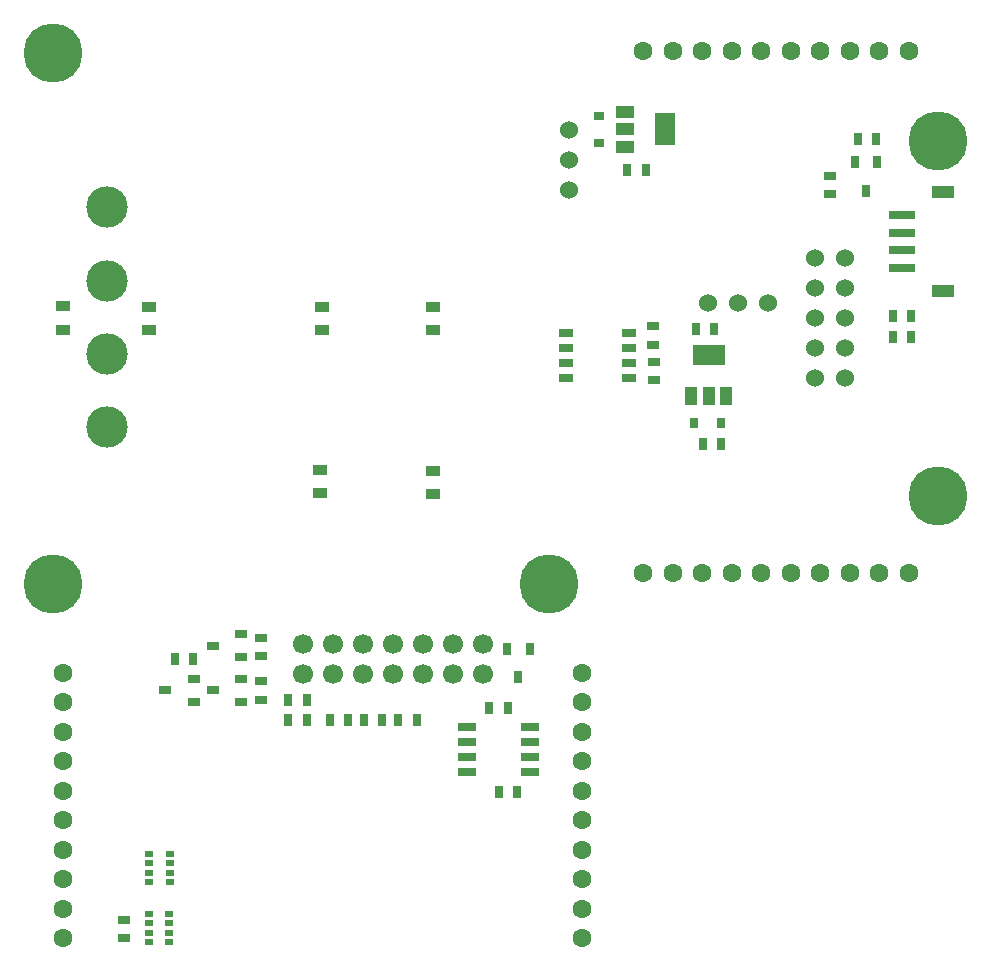
<source format=gbs>
%FSLAX34Y34*%
%MOMM*%
G04 EasyPC Gerber Version 18.0.6 Build 3620 *
%ADD20R,0.65000X1.00000*%
%ADD88R,0.80000X0.90000*%
%ADD107R,0.80000X1.00000*%
%ADD77R,1.01000X1.50000*%
%ADD24R,1.70000X2.76000*%
%ADD14C,1.52400*%
%ADD89C,1.60000*%
%ADD22C,1.70000*%
%ADD83C,3.50000*%
%ADD13C,5.00000*%
%ADD104R,0.75000X0.50000*%
%ADD25R,1.00000X0.65000*%
%ADD86R,1.30000X0.76000*%
%ADD26R,1.60000X0.76000*%
%ADD108R,0.90000X0.80000*%
%ADD111R,1.00000X0.80000*%
%ADD109R,2.20000X0.80000*%
%ADD21R,1.30000X0.90000*%
%ADD23R,1.50000X1.01000*%
%ADD110R,1.90000X1.10000*%
%ADD78R,2.76000X1.70000*%
X0Y0D02*
D02*
D13*
X25635Y338760D02*
D03*
Y788760D02*
D03*
X445635Y338760D02*
D03*
X774635Y413760D02*
D03*
Y713760D02*
D03*
D02*
D14*
X462635Y672760D02*
D03*
Y698160D02*
D03*
Y723560D02*
D03*
X579835Y576760D02*
D03*
X605235D02*
D03*
X630635D02*
D03*
X670735Y513160D02*
D03*
Y538560D02*
D03*
Y563960D02*
D03*
Y589360D02*
D03*
Y614760D02*
D03*
X696135Y513160D02*
D03*
Y538560D02*
D03*
Y563960D02*
D03*
Y589360D02*
D03*
Y614760D02*
D03*
D02*
D20*
X128885Y275760D02*
D03*
X144385D02*
D03*
X224885Y223760D02*
D03*
Y240760D02*
D03*
X240385Y223760D02*
D03*
Y240760D02*
D03*
X259885Y223760D02*
D03*
X275385D02*
D03*
X288885D02*
D03*
X304385D02*
D03*
X317885D02*
D03*
X333385D02*
D03*
X394885Y233760D02*
D03*
X402885Y162760D02*
D03*
X410385Y233760D02*
D03*
X418385Y162760D02*
D03*
X511885Y689760D02*
D03*
X527385D02*
D03*
X569885Y555160D02*
D03*
X575885Y457160D02*
D03*
X585385Y555160D02*
D03*
X591385Y457160D02*
D03*
X706885Y715760D02*
D03*
X722385D02*
D03*
X736885Y547760D02*
D03*
Y565760D02*
D03*
X752385Y547760D02*
D03*
Y565760D02*
D03*
D02*
D21*
X34385Y554010D02*
D03*
Y574010D02*
D03*
X106635Y553760D02*
D03*
Y573760D02*
D03*
X251635Y415760D02*
D03*
Y435760D02*
D03*
X253635Y553760D02*
D03*
Y573760D02*
D03*
X347635Y414760D02*
D03*
Y434760D02*
D03*
Y553760D02*
D03*
Y573760D02*
D03*
D02*
D22*
X237435Y263060D02*
D03*
Y288460D02*
D03*
X262835Y263060D02*
D03*
Y288460D02*
D03*
X288235Y263060D02*
D03*
Y288460D02*
D03*
X313635Y263060D02*
D03*
Y288460D02*
D03*
X339035Y263060D02*
D03*
Y288460D02*
D03*
X364435Y263060D02*
D03*
Y288460D02*
D03*
X389835Y263060D02*
D03*
Y288460D02*
D03*
D02*
D23*
X509435Y708760D02*
D03*
Y723760D02*
D03*
Y738760D02*
D03*
D02*
D24*
X543835Y723760D02*
D03*
D02*
D25*
X85635Y39010D02*
D03*
Y54510D02*
D03*
X201635Y241010D02*
D03*
Y256510D02*
D03*
Y278010D02*
D03*
Y293510D02*
D03*
X533635Y541410D02*
D03*
Y556910D02*
D03*
X534635Y511410D02*
D03*
Y526910D02*
D03*
X683635Y669010D02*
D03*
Y684510D02*
D03*
D02*
D26*
X375661Y179710D02*
D03*
Y192410D02*
D03*
Y205110D02*
D03*
Y217810D02*
D03*
X429619Y179710D02*
D03*
Y192410D02*
D03*
Y205110D02*
D03*
Y217810D02*
D03*
D02*
D77*
X565635Y497960D02*
D03*
X580635D02*
D03*
X595635D02*
D03*
D02*
D78*
X580635Y532360D02*
D03*
D02*
D83*
X71635Y471760D02*
D03*
Y533760D02*
D03*
Y595760D02*
D03*
Y657760D02*
D03*
D02*
D86*
X459635Y513160D02*
D03*
Y525860D02*
D03*
Y538560D02*
D03*
Y551260D02*
D03*
X513035Y513160D02*
D03*
Y525860D02*
D03*
Y538560D02*
D03*
Y551260D02*
D03*
D02*
D88*
X568135Y475160D02*
D03*
X591135D02*
D03*
D02*
D89*
X33635Y38760D02*
D03*
Y63760D02*
D03*
Y88760D02*
D03*
Y113760D02*
D03*
Y138760D02*
D03*
Y163760D02*
D03*
Y188760D02*
D03*
Y213760D02*
D03*
Y238760D02*
D03*
Y263760D02*
D03*
X473635Y38760D02*
D03*
Y63760D02*
D03*
Y88760D02*
D03*
Y113760D02*
D03*
Y138760D02*
D03*
Y163760D02*
D03*
Y188760D02*
D03*
Y213760D02*
D03*
Y238760D02*
D03*
Y263760D02*
D03*
X525135Y347760D02*
D03*
Y790260D02*
D03*
X550135Y347760D02*
D03*
Y790260D02*
D03*
X575135Y347760D02*
D03*
Y790260D02*
D03*
X600135Y347760D02*
D03*
Y790260D02*
D03*
X625135Y347760D02*
D03*
Y790260D02*
D03*
X650135Y347760D02*
D03*
Y790260D02*
D03*
X675135Y347760D02*
D03*
Y790260D02*
D03*
X700135Y347760D02*
D03*
Y790260D02*
D03*
X725135Y347760D02*
D03*
Y790260D02*
D03*
X750135Y347760D02*
D03*
Y790260D02*
D03*
D02*
D104*
X106585Y35560D02*
D03*
Y43560D02*
D03*
Y51560D02*
D03*
Y59560D02*
D03*
X107185Y86560D02*
D03*
Y94560D02*
D03*
Y102560D02*
D03*
Y110560D02*
D03*
X124085Y35560D02*
D03*
Y43560D02*
D03*
Y51560D02*
D03*
Y59560D02*
D03*
X124685Y86560D02*
D03*
Y94560D02*
D03*
Y102560D02*
D03*
Y110560D02*
D03*
D02*
D107*
X410135Y283870D02*
D03*
X419635Y259870D02*
D03*
X429135Y283870D02*
D03*
X704135Y695870D02*
D03*
X713635Y671870D02*
D03*
X723135Y695870D02*
D03*
D02*
D108*
X487635Y712260D02*
D03*
Y735260D02*
D03*
D02*
D109*
X744635Y606260D02*
D03*
Y621260D02*
D03*
Y636260D02*
D03*
Y651260D02*
D03*
D02*
D110*
X779135Y586510D02*
D03*
Y670760D02*
D03*
D02*
D111*
X120745Y248760D02*
D03*
X144745Y239260D02*
D03*
Y258260D02*
D03*
X160745Y248760D02*
D03*
Y286760D02*
D03*
X184745Y239260D02*
D03*
Y258260D02*
D03*
Y277260D02*
D03*
Y296260D02*
D03*
X0Y0D02*
M02*

</source>
